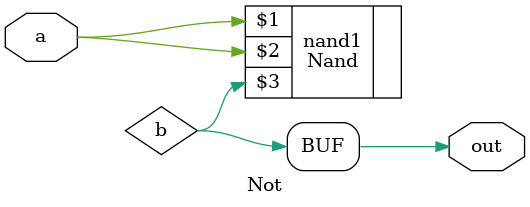
<source format=sv>
`ifndef INCLUDE_NOT
`define INCLUDE_NOT
`include "nand.sv"

module Not (input a, output out);

wire b;

Nand nand1 (a, a, b);

assign out = b;

endmodule
`endif

</source>
